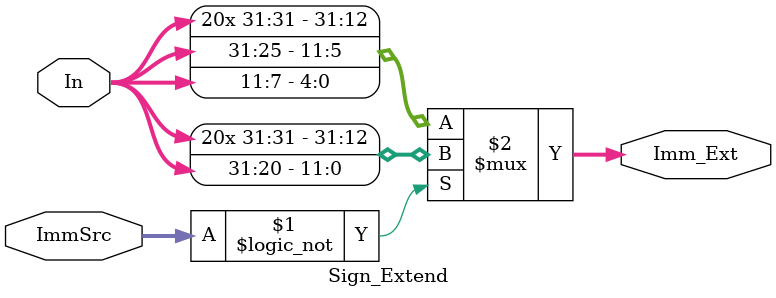
<source format=v>

`timescale 1ns / 1ps


module Sign_Extend( //our imm values are of 12 bits, we are sign extending it to 32 bits
        input [31:0] In,//inputs bits
        input [1:0] ImmSrc,
        output [31:0] Imm_Ext// output bits 
    );
    
    //extending by 20 bits which are the same as the MSB of th Input, so signed value is contained
     assign Imm_Ext =  (ImmSrc == 2'b00) ? ( { { 20{ In[31] } } , { In[31:20] } } ) :                   //Instruction[31:20] => LW => immExt [11:0]
                                           ( { { 20{ In[31] } } , { In[31:25],In[11:7] }  } );          //SW => BEW = same thing
                       //(ImmSrc == 2'b10) ? ( { { 20{ In[31] } } , { In[11:7] }  } ):             //BEQ => In[12][10:1][11]
                                          // ( { { 20{ In[31] } } , { In[31:20] } } );                    //LW  same as above  
                       

endmodule

















</source>
